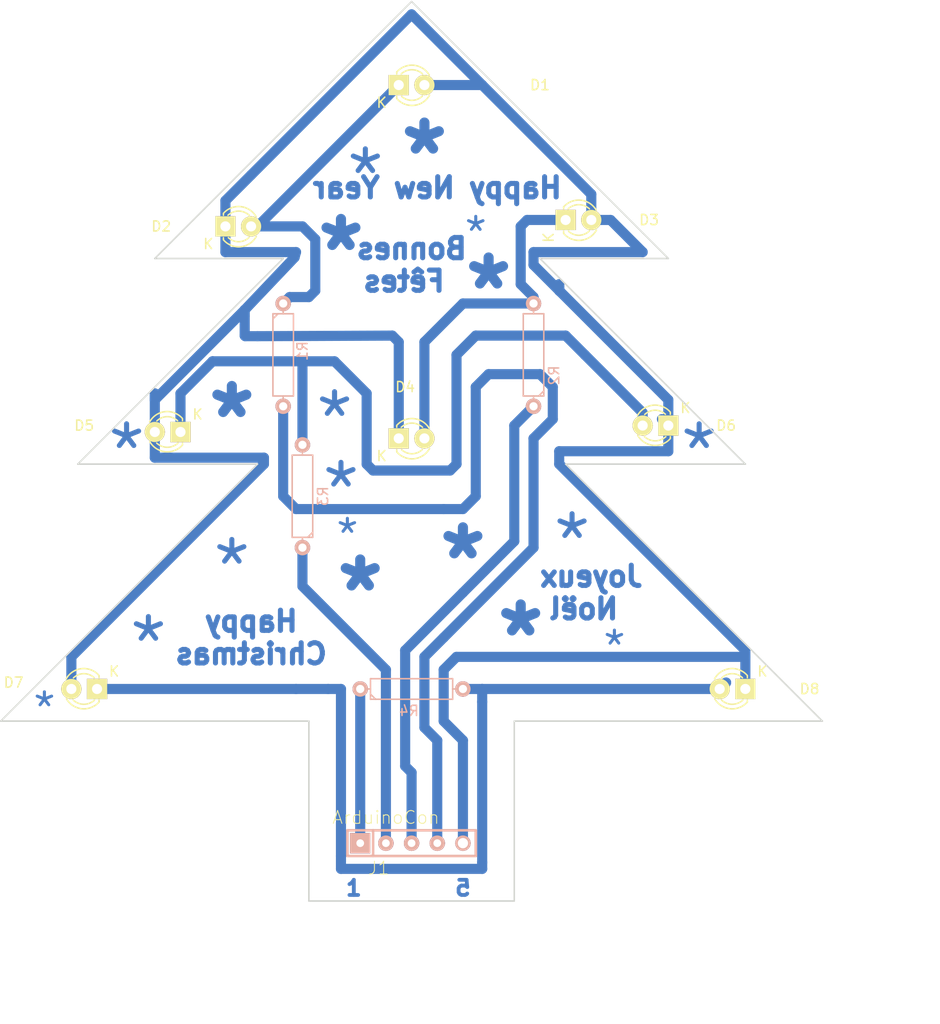
<source format=kicad_pcb>
(kicad_pcb (version 4) (host pcbnew 4.0.1-stable)

  (general
    (links 21)
    (no_connects 0)
    (area 65.964999 32.944999 147.395001 121.995001)
    (thickness 1.6)
    (drawings 44)
    (tracks 124)
    (zones 0)
    (modules 13)
    (nets 10)
  )

  (page A4)
  (title_block
    (title "Arduino Christma Tree")
    (rev 1.01)
    (company Mic-Josi)
    (comment 1 "Arduino Nano 8 LED animation Chrismas Tree ")
    (comment 2 "Arduino Nano 8 LED  chaser")
    (comment 3 "programed in C with Arduino 1.06")
  )

  (layers
    (0 F.Cu signal)
    (31 B.Cu signal)
    (32 B.Adhes user)
    (33 F.Adhes user)
    (34 B.Paste user)
    (35 F.Paste user)
    (36 B.SilkS user)
    (37 F.SilkS user)
    (38 B.Mask user)
    (39 F.Mask user)
    (40 Dwgs.User user)
    (41 Cmts.User user)
    (42 Eco1.User user)
    (43 Eco2.User user)
    (44 Edge.Cuts user)
    (45 Margin user)
    (46 B.CrtYd user)
    (47 F.CrtYd user)
    (48 B.Fab user)
    (49 F.Fab user)
  )

  (setup
    (last_trace_width 0.25)
    (user_trace_width 0.5)
    (user_trace_width 0.6)
    (user_trace_width 0.8)
    (user_trace_width 1)
    (user_trace_width 2)
    (trace_clearance 0.2)
    (zone_clearance 0.508)
    (zone_45_only no)
    (trace_min 0.2)
    (segment_width 0.2)
    (edge_width 0.15)
    (via_size 0.6)
    (via_drill 0.4)
    (via_min_size 0.4)
    (via_min_drill 0.3)
    (uvia_size 0.3)
    (uvia_drill 0.1)
    (uvias_allowed no)
    (uvia_min_size 0.2)
    (uvia_min_drill 0.1)
    (pcb_text_width 0.3)
    (pcb_text_size 1.5 1.5)
    (mod_edge_width 0.15)
    (mod_text_size 1 1)
    (mod_text_width 0.15)
    (pad_size 6 6)
    (pad_drill 0.8128)
    (pad_to_mask_clearance 0.2)
    (aux_axis_origin 0 0)
    (visible_elements 7FFFEFFF)
    (pcbplotparams
      (layerselection 0x00030_80000001)
      (usegerberextensions false)
      (excludeedgelayer true)
      (linewidth 0.100000)
      (plotframeref false)
      (viasonmask false)
      (mode 1)
      (useauxorigin false)
      (hpglpennumber 1)
      (hpglpenspeed 20)
      (hpglpendiameter 15)
      (hpglpenoverlay 2)
      (psnegative false)
      (psa4output false)
      (plotreference true)
      (plotvalue true)
      (plotinvisibletext false)
      (padsonsilk false)
      (subtractmaskfromsilk false)
      (outputformat 1)
      (mirror false)
      (drillshape 1)
      (scaleselection 1)
      (outputdirectory ""))
  )

  (net 0 "")
  (net 1 "Net-(D1-Pad2)")
  (net 2 "Net-(D1-Pad1)")
  (net 3 "Net-(D3-Pad1)")
  (net 4 "Net-(J1-Pad4)")
  (net 5 "Net-(J1-Pad3)")
  (net 6 "Net-(J1-Pad2)")
  (net 7 "Net-(J1-Pad1)")
  (net 8 "Net-(D5-Pad1)")
  (net 9 "Net-(D7-Pad1)")

  (net_class Default "Ceci est la Netclass par défaut"
    (clearance 0.2)
    (trace_width 0.25)
    (via_dia 0.6)
    (via_drill 0.4)
    (uvia_dia 0.3)
    (uvia_drill 0.1)
    (add_net "Net-(D1-Pad1)")
    (add_net "Net-(D1-Pad2)")
    (add_net "Net-(D3-Pad1)")
    (add_net "Net-(D5-Pad1)")
    (add_net "Net-(D7-Pad1)")
    (add_net "Net-(J1-Pad1)")
    (add_net "Net-(J1-Pad2)")
    (add_net "Net-(J1-Pad3)")
    (add_net "Net-(J1-Pad4)")
  )

  (module pinhead:pinhead-1X05 (layer B.Cu) (tedit 56B4D25B) (tstamp 56B46B16)
    (at 106.68 116.205)
    (descr "PIN HEADER - 0.1\"")
    (tags "PIN HEADER - 0.1\"")
    (path /56B46BC5)
    (attr virtual)
    (fp_text reference J1 (at -3.2512 2.4638) (layer F.SilkS)
      (effects (font (size 1.27 1.27) (thickness 0.0889)))
    )
    (fp_text value ArduinoCon (at -2.54 -2.54) (layer F.SilkS)
      (effects (font (size 1.27 1.27) (thickness 0.0889)))
    )
    (fp_line (start 2.286 -0.254) (end 2.794 -0.254) (layer B.SilkS) (width 0.06604))
    (fp_line (start 2.794 -0.254) (end 2.794 0.254) (layer B.SilkS) (width 0.06604))
    (fp_line (start 2.286 0.254) (end 2.794 0.254) (layer B.SilkS) (width 0.06604))
    (fp_line (start 2.286 -0.254) (end 2.286 0.254) (layer B.SilkS) (width 0.06604))
    (fp_line (start -0.254 -0.254) (end 0.254 -0.254) (layer B.SilkS) (width 0.06604))
    (fp_line (start 0.254 -0.254) (end 0.254 0.254) (layer B.SilkS) (width 0.06604))
    (fp_line (start -0.254 0.254) (end 0.254 0.254) (layer B.SilkS) (width 0.06604))
    (fp_line (start -0.254 -0.254) (end -0.254 0.254) (layer B.SilkS) (width 0.06604))
    (fp_line (start -2.794 -0.254) (end -2.286 -0.254) (layer B.SilkS) (width 0.06604))
    (fp_line (start -2.286 -0.254) (end -2.286 0.254) (layer B.SilkS) (width 0.06604))
    (fp_line (start -2.794 0.254) (end -2.286 0.254) (layer B.SilkS) (width 0.06604))
    (fp_line (start -2.794 -0.254) (end -2.794 0.254) (layer B.SilkS) (width 0.06604))
    (fp_line (start 4.826 -0.254) (end 5.334 -0.254) (layer B.SilkS) (width 0.06604))
    (fp_line (start 5.334 -0.254) (end 5.334 0.254) (layer B.SilkS) (width 0.06604))
    (fp_line (start 4.826 0.254) (end 5.334 0.254) (layer B.SilkS) (width 0.06604))
    (fp_line (start 4.826 -0.254) (end 4.826 0.254) (layer B.SilkS) (width 0.06604))
    (fp_line (start -6.35 1.27) (end -3.81 1.27) (layer B.SilkS) (width 0.254))
    (fp_line (start -3.81 1.27) (end 6.35 1.27) (layer B.SilkS) (width 0.254))
    (fp_line (start 6.35 -1.27) (end -6.35 -1.27) (layer B.SilkS) (width 0.254))
    (fp_line (start -6.35 1.27) (end -6.35 -1.27) (layer B.SilkS) (width 0.254))
    (fp_line (start 6.35 1.27) (end 6.35 -1.27) (layer B.SilkS) (width 0.254))
    (fp_line (start -3.81 1.27) (end -3.81 -1.27) (layer B.SilkS) (width 0.254))
    (pad 1 thru_hole rect (at -5.08 0) (size 1.524 0) (drill 1.016) (layers *.Cu B.Paste B.SilkS B.Mask)
      (net 7 "Net-(J1-Pad1)"))
    (pad 2 thru_hole circle (at -2.54 0) (size 1.524 1.524) (drill 0.762) (layers *.Cu B.Paste B.SilkS B.Mask)
      (net 6 "Net-(J1-Pad2)"))
    (pad 3 thru_hole circle (at 0 0) (size 1.524 1.524) (drill 0.762) (layers *.Cu B.Paste B.SilkS B.Mask)
      (net 5 "Net-(J1-Pad3)"))
    (pad 4 thru_hole circle (at 2.54 0) (size 1.524 1.524) (drill 0.762) (layers *.Cu B.Paste B.SilkS B.Mask)
      (net 4 "Net-(J1-Pad4)"))
    (pad 5 thru_hole circle (at 5.08 0) (size 1.524 1.524) (drill 1.016) (layers *.Cu *.Mask B.SilkS)
      (net 1 "Net-(D1-Pad2)"))
    (pad 1 thru_hole rect (at -5.08 0) (size 2 2) (drill 0.762) (layers *.Cu *.Mask B.SilkS)
      (net 7 "Net-(J1-Pad1)"))
    (model pin_array/pins_array_5x1.wrl
      (at (xyz 0 0 0))
      (scale (xyz 1 1 1))
      (rotate (xyz 0 0 0))
    )
  )

  (module LEDs:LED-3MM (layer F.Cu) (tedit 56B4CCD0) (tstamp 563526CD)
    (at 105.41 41.275)
    (descr "LED 3mm round vertical")
    (tags "LED  3mm round vertical")
    (path /56B38CDF)
    (fp_text reference D1 (at 13.97 0) (layer F.SilkS)
      (effects (font (size 1 1) (thickness 0.15)))
    )
    (fp_text value LED (at 1.3 -2.9) (layer F.Fab)
      (effects (font (size 1 1) (thickness 0.15)))
    )
    (fp_line (start -1.2 2.3) (end 3.8 2.3) (layer F.CrtYd) (width 0.05))
    (fp_line (start 3.8 2.3) (end 3.8 -2.2) (layer F.CrtYd) (width 0.05))
    (fp_line (start 3.8 -2.2) (end -1.2 -2.2) (layer F.CrtYd) (width 0.05))
    (fp_line (start -1.2 -2.2) (end -1.2 2.3) (layer F.CrtYd) (width 0.05))
    (fp_line (start -0.199 1.314) (end -0.199 1.114) (layer F.SilkS) (width 0.15))
    (fp_line (start -0.199 -1.28) (end -0.199 -1.1) (layer F.SilkS) (width 0.15))
    (fp_arc (start 1.301 0.034) (end -0.199 -1.286) (angle 108.5) (layer F.SilkS) (width 0.15))
    (fp_arc (start 1.301 0.034) (end 0.25 -1.1) (angle 85.7) (layer F.SilkS) (width 0.15))
    (fp_arc (start 1.311 0.034) (end 3.051 0.994) (angle 110) (layer F.SilkS) (width 0.15))
    (fp_arc (start 1.301 0.034) (end 2.335 1.094) (angle 87.5) (layer F.SilkS) (width 0.15))
    (fp_text user K (at -1.69 1.74) (layer F.SilkS)
      (effects (font (size 1 1) (thickness 0.15)))
    )
    (pad 1 thru_hole rect (at 0 0 90) (size 2 2) (drill 1.00076) (layers *.Cu *.Mask F.SilkS)
      (net 2 "Net-(D1-Pad1)"))
    (pad 2 thru_hole circle (at 2.54 0) (size 2 2) (drill 1.00076) (layers *.Cu *.Mask F.SilkS)
      (net 1 "Net-(D1-Pad2)"))
    (model walter/indicators/led_3mm_clear.wrl
      (at (xyz 0.04 0 0))
      (scale (xyz 1 1 1))
      (rotate (xyz 0 0 -90))
    )
  )

  (module LEDs:LED-3MM (layer F.Cu) (tedit 56B4CCE3) (tstamp 563526D2)
    (at 88.265 55.245)
    (descr "LED 3mm round vertical")
    (tags "LED  3mm round vertical")
    (path /56B38CE4)
    (fp_text reference D2 (at -6.35 0) (layer F.SilkS)
      (effects (font (size 1 1) (thickness 0.15)))
    )
    (fp_text value LED (at 1.3 -2.9) (layer F.Fab)
      (effects (font (size 1 1) (thickness 0.15)))
    )
    (fp_line (start -1.2 2.3) (end 3.8 2.3) (layer F.CrtYd) (width 0.05))
    (fp_line (start 3.8 2.3) (end 3.8 -2.2) (layer F.CrtYd) (width 0.05))
    (fp_line (start 3.8 -2.2) (end -1.2 -2.2) (layer F.CrtYd) (width 0.05))
    (fp_line (start -1.2 -2.2) (end -1.2 2.3) (layer F.CrtYd) (width 0.05))
    (fp_line (start -0.199 1.314) (end -0.199 1.114) (layer F.SilkS) (width 0.15))
    (fp_line (start -0.199 -1.28) (end -0.199 -1.1) (layer F.SilkS) (width 0.15))
    (fp_arc (start 1.301 0.034) (end -0.199 -1.286) (angle 108.5) (layer F.SilkS) (width 0.15))
    (fp_arc (start 1.301 0.034) (end 0.25 -1.1) (angle 85.7) (layer F.SilkS) (width 0.15))
    (fp_arc (start 1.311 0.034) (end 3.051 0.994) (angle 110) (layer F.SilkS) (width 0.15))
    (fp_arc (start 1.301 0.034) (end 2.335 1.094) (angle 87.5) (layer F.SilkS) (width 0.15))
    (fp_text user K (at -1.69 1.74) (layer F.SilkS)
      (effects (font (size 1 1) (thickness 0.15)))
    )
    (pad 1 thru_hole rect (at 0 0 90) (size 2 2) (drill 1.00076) (layers *.Cu *.Mask F.SilkS)
      (net 1 "Net-(D1-Pad2)"))
    (pad 2 thru_hole circle (at 2.54 0) (size 2 2) (drill 1.00076) (layers *.Cu *.Mask F.SilkS)
      (net 2 "Net-(D1-Pad1)"))
    (model walter/indicators/led_3mm_green.wrl
      (at (xyz 0.04 0 0))
      (scale (xyz 1 1 1))
      (rotate (xyz 0 0 -90))
    )
  )

  (module LEDs:LED-3MM (layer F.Cu) (tedit 56B4CCDB) (tstamp 563526D7)
    (at 121.92 54.61)
    (descr "LED 3mm round vertical")
    (tags "LED  3mm round vertical")
    (path /56B38CE1)
    (fp_text reference D3 (at 8.255 0) (layer F.SilkS)
      (effects (font (size 1 1) (thickness 0.15)))
    )
    (fp_text value LED (at 1.3 -2.9) (layer F.Fab)
      (effects (font (size 1 1) (thickness 0.15)))
    )
    (fp_line (start -1.2 2.3) (end 3.8 2.3) (layer F.CrtYd) (width 0.05))
    (fp_line (start 3.8 2.3) (end 3.8 -2.2) (layer F.CrtYd) (width 0.05))
    (fp_line (start 3.8 -2.2) (end -1.2 -2.2) (layer F.CrtYd) (width 0.05))
    (fp_line (start -1.2 -2.2) (end -1.2 2.3) (layer F.CrtYd) (width 0.05))
    (fp_line (start -0.199 1.314) (end -0.199 1.114) (layer F.SilkS) (width 0.15))
    (fp_line (start -0.199 -1.28) (end -0.199 -1.1) (layer F.SilkS) (width 0.15))
    (fp_arc (start 1.301 0.034) (end -0.199 -1.286) (angle 108.5) (layer F.SilkS) (width 0.15))
    (fp_arc (start 1.301 0.034) (end 0.25 -1.1) (angle 85.7) (layer F.SilkS) (width 0.15))
    (fp_arc (start 1.311 0.034) (end 3.051 0.994) (angle 110) (layer F.SilkS) (width 0.15))
    (fp_arc (start 1.301 0.034) (end 2.335 1.094) (angle 87.5) (layer F.SilkS) (width 0.15))
    (fp_text user K (at -1.69 1.74 90) (layer F.SilkS)
      (effects (font (size 1 1) (thickness 0.15)))
    )
    (pad 1 thru_hole rect (at 0 0 90) (size 2 2) (drill 1.00076) (layers *.Cu *.Mask F.SilkS)
      (net 3 "Net-(D3-Pad1)"))
    (pad 2 thru_hole circle (at 2.54 0) (size 2 2) (drill 1.00076) (layers *.Cu *.Mask F.SilkS)
      (net 1 "Net-(D1-Pad2)"))
    (model walter/indicators/led_3mm_green.wrl
      (at (xyz 0.04 0 0))
      (scale (xyz 1 1 1))
      (rotate (xyz 0 0 -90))
    )
  )

  (module LEDs:LED-3MM (layer F.Cu) (tedit 56B4CCEC) (tstamp 563526DC)
    (at 105.41 76.2)
    (descr "LED 3mm round vertical")
    (tags "LED  3mm round vertical")
    (path /56B38CE3)
    (fp_text reference D4 (at 0.635 -5.08) (layer F.SilkS)
      (effects (font (size 1 1) (thickness 0.15)))
    )
    (fp_text value LED (at 1.3 -2.9) (layer F.Fab)
      (effects (font (size 1 1) (thickness 0.15)))
    )
    (fp_line (start -1.2 2.3) (end 3.8 2.3) (layer F.CrtYd) (width 0.05))
    (fp_line (start 3.8 2.3) (end 3.8 -2.2) (layer F.CrtYd) (width 0.05))
    (fp_line (start 3.8 -2.2) (end -1.2 -2.2) (layer F.CrtYd) (width 0.05))
    (fp_line (start -1.2 -2.2) (end -1.2 2.3) (layer F.CrtYd) (width 0.05))
    (fp_line (start -0.199 1.314) (end -0.199 1.114) (layer F.SilkS) (width 0.15))
    (fp_line (start -0.199 -1.28) (end -0.199 -1.1) (layer F.SilkS) (width 0.15))
    (fp_arc (start 1.301 0.034) (end -0.199 -1.286) (angle 108.5) (layer F.SilkS) (width 0.15))
    (fp_arc (start 1.301 0.034) (end 0.25 -1.1) (angle 85.7) (layer F.SilkS) (width 0.15))
    (fp_arc (start 1.311 0.034) (end 3.051 0.994) (angle 110) (layer F.SilkS) (width 0.15))
    (fp_arc (start 1.301 0.034) (end 2.335 1.094) (angle 87.5) (layer F.SilkS) (width 0.15))
    (fp_text user K (at -1.69 1.74) (layer F.SilkS)
      (effects (font (size 1 1) (thickness 0.15)))
    )
    (pad 1 thru_hole rect (at 0 0 90) (size 2 2) (drill 1.00076) (layers *.Cu *.Mask F.SilkS)
      (net 1 "Net-(D1-Pad2)"))
    (pad 2 thru_hole circle (at 2.54 0) (size 2 2) (drill 1.00076) (layers *.Cu *.Mask F.SilkS)
      (net 3 "Net-(D3-Pad1)"))
    (model walter/indicators/led_3mm_blue.wrl
      (at (xyz 0.04 0 0))
      (scale (xyz 1 1 1))
      (rotate (xyz 0 0 -90))
    )
  )

  (module LEDs:LED-3MM (layer F.Cu) (tedit 56B4CCFE) (tstamp 563526E1)
    (at 83.82 75.565 180)
    (descr "LED 3mm round vertical")
    (tags "LED  3mm round vertical")
    (path /56B38CDE)
    (fp_text reference D5 (at 9.525 0.635 180) (layer F.SilkS)
      (effects (font (size 1 1) (thickness 0.15)))
    )
    (fp_text value LED (at 1.3 -2.9 180) (layer F.Fab)
      (effects (font (size 1 1) (thickness 0.15)))
    )
    (fp_line (start -1.2 2.3) (end 3.8 2.3) (layer F.CrtYd) (width 0.05))
    (fp_line (start 3.8 2.3) (end 3.8 -2.2) (layer F.CrtYd) (width 0.05))
    (fp_line (start 3.8 -2.2) (end -1.2 -2.2) (layer F.CrtYd) (width 0.05))
    (fp_line (start -1.2 -2.2) (end -1.2 2.3) (layer F.CrtYd) (width 0.05))
    (fp_line (start -0.199 1.314) (end -0.199 1.114) (layer F.SilkS) (width 0.15))
    (fp_line (start -0.199 -1.28) (end -0.199 -1.1) (layer F.SilkS) (width 0.15))
    (fp_arc (start 1.301 0.034) (end -0.199 -1.286) (angle 108.5) (layer F.SilkS) (width 0.15))
    (fp_arc (start 1.301 0.034) (end 0.25 -1.1) (angle 85.7) (layer F.SilkS) (width 0.15))
    (fp_arc (start 1.311 0.034) (end 3.051 0.994) (angle 110) (layer F.SilkS) (width 0.15))
    (fp_arc (start 1.301 0.034) (end 2.335 1.094) (angle 87.5) (layer F.SilkS) (width 0.15))
    (fp_text user K (at -1.69 1.74 180) (layer F.SilkS)
      (effects (font (size 1 1) (thickness 0.15)))
    )
    (pad 1 thru_hole rect (at 0 0 270) (size 2 2) (drill 1.00076) (layers *.Cu *.Mask F.SilkS)
      (net 8 "Net-(D5-Pad1)"))
    (pad 2 thru_hole circle (at 2.54 0 180) (size 2 2) (drill 1.00076) (layers *.Cu *.Mask F.SilkS)
      (net 1 "Net-(D1-Pad2)"))
    (model walter/indicators/led_3mm_yellow.wrl
      (at (xyz 0.04 0 0))
      (scale (xyz 1 1 1))
      (rotate (xyz 0 0 -90))
    )
  )

  (module LEDs:LED-3MM (layer F.Cu) (tedit 56B4CCF6) (tstamp 563526E6)
    (at 132.08 74.93 180)
    (descr "LED 3mm round vertical")
    (tags "LED  3mm round vertical")
    (path /56B38CE6)
    (fp_text reference D6 (at -5.715 0 180) (layer F.SilkS)
      (effects (font (size 1 1) (thickness 0.15)))
    )
    (fp_text value LED (at 1.3 -2.9 180) (layer F.Fab)
      (effects (font (size 1 1) (thickness 0.15)))
    )
    (fp_line (start -1.2 2.3) (end 3.8 2.3) (layer F.CrtYd) (width 0.05))
    (fp_line (start 3.8 2.3) (end 3.8 -2.2) (layer F.CrtYd) (width 0.05))
    (fp_line (start 3.8 -2.2) (end -1.2 -2.2) (layer F.CrtYd) (width 0.05))
    (fp_line (start -1.2 -2.2) (end -1.2 2.3) (layer F.CrtYd) (width 0.05))
    (fp_line (start -0.199 1.314) (end -0.199 1.114) (layer F.SilkS) (width 0.15))
    (fp_line (start -0.199 -1.28) (end -0.199 -1.1) (layer F.SilkS) (width 0.15))
    (fp_arc (start 1.301 0.034) (end -0.199 -1.286) (angle 108.5) (layer F.SilkS) (width 0.15))
    (fp_arc (start 1.301 0.034) (end 0.25 -1.1) (angle 85.7) (layer F.SilkS) (width 0.15))
    (fp_arc (start 1.311 0.034) (end 3.051 0.994) (angle 110) (layer F.SilkS) (width 0.15))
    (fp_arc (start 1.301 0.034) (end 2.335 1.094) (angle 87.5) (layer F.SilkS) (width 0.15))
    (fp_text user K (at -1.69 1.74 180) (layer F.SilkS)
      (effects (font (size 1 1) (thickness 0.15)))
    )
    (pad 1 thru_hole rect (at 0 0 270) (size 2 2) (drill 1.00076) (layers *.Cu *.Mask F.SilkS)
      (net 1 "Net-(D1-Pad2)"))
    (pad 2 thru_hole circle (at 2.54 0 180) (size 2 2) (drill 1.00076) (layers *.Cu *.Mask F.SilkS)
      (net 8 "Net-(D5-Pad1)"))
    (model walter/indicators/led_3mm_red.wrl
      (at (xyz 0.04 0 0))
      (scale (xyz 1 1 1))
      (rotate (xyz 0 0 -90))
    )
  )

  (module LEDs:LED-3MM (layer F.Cu) (tedit 56B4CD15) (tstamp 563526EB)
    (at 75.565 100.965 180)
    (descr "LED 3mm round vertical")
    (tags "LED  3mm round vertical")
    (path /56B38CE0)
    (fp_text reference D7 (at 8.255 0.635 180) (layer F.SilkS)
      (effects (font (size 1 1) (thickness 0.15)))
    )
    (fp_text value LED (at 1.3 -2.9 180) (layer F.Fab)
      (effects (font (size 1 1) (thickness 0.15)))
    )
    (fp_line (start -1.2 2.3) (end 3.8 2.3) (layer F.CrtYd) (width 0.05))
    (fp_line (start 3.8 2.3) (end 3.8 -2.2) (layer F.CrtYd) (width 0.05))
    (fp_line (start 3.8 -2.2) (end -1.2 -2.2) (layer F.CrtYd) (width 0.05))
    (fp_line (start -1.2 -2.2) (end -1.2 2.3) (layer F.CrtYd) (width 0.05))
    (fp_line (start -0.199 1.314) (end -0.199 1.114) (layer F.SilkS) (width 0.15))
    (fp_line (start -0.199 -1.28) (end -0.199 -1.1) (layer F.SilkS) (width 0.15))
    (fp_arc (start 1.301 0.034) (end -0.199 -1.286) (angle 108.5) (layer F.SilkS) (width 0.15))
    (fp_arc (start 1.301 0.034) (end 0.25 -1.1) (angle 85.7) (layer F.SilkS) (width 0.15))
    (fp_arc (start 1.311 0.034) (end 3.051 0.994) (angle 110) (layer F.SilkS) (width 0.15))
    (fp_arc (start 1.301 0.034) (end 2.335 1.094) (angle 87.5) (layer F.SilkS) (width 0.15))
    (fp_text user K (at -1.69 1.74 180) (layer F.SilkS)
      (effects (font (size 1 1) (thickness 0.15)))
    )
    (pad 1 thru_hole rect (at 0 0 270) (size 2 2) (drill 1.00076) (layers *.Cu *.Mask F.SilkS)
      (net 9 "Net-(D7-Pad1)"))
    (pad 2 thru_hole circle (at 2.54 0 180) (size 2 2) (drill 1.00076) (layers *.Cu *.Mask F.SilkS)
      (net 1 "Net-(D1-Pad2)"))
    (model walter/indicators/led_3mm_red.wrl
      (at (xyz 0.04 0 0))
      (scale (xyz 1 1 1))
      (rotate (xyz 0 0 -90))
    )
  )

  (module LEDs:LED-3MM (layer F.Cu) (tedit 56B4CD1B) (tstamp 563526F0)
    (at 139.7 100.965 180)
    (descr "LED 3mm round vertical")
    (tags "LED  3mm round vertical")
    (path /56B38CE5)
    (fp_text reference D8 (at -6.35 0 180) (layer F.SilkS)
      (effects (font (size 1 1) (thickness 0.15)))
    )
    (fp_text value LED (at 1.3 -2.9 180) (layer F.Fab)
      (effects (font (size 1 1) (thickness 0.15)))
    )
    (fp_line (start -1.2 2.3) (end 3.8 2.3) (layer F.CrtYd) (width 0.05))
    (fp_line (start 3.8 2.3) (end 3.8 -2.2) (layer F.CrtYd) (width 0.05))
    (fp_line (start 3.8 -2.2) (end -1.2 -2.2) (layer F.CrtYd) (width 0.05))
    (fp_line (start -1.2 -2.2) (end -1.2 2.3) (layer F.CrtYd) (width 0.05))
    (fp_line (start -0.199 1.314) (end -0.199 1.114) (layer F.SilkS) (width 0.15))
    (fp_line (start -0.199 -1.28) (end -0.199 -1.1) (layer F.SilkS) (width 0.15))
    (fp_arc (start 1.301 0.034) (end -0.199 -1.286) (angle 108.5) (layer F.SilkS) (width 0.15))
    (fp_arc (start 1.301 0.034) (end 0.25 -1.1) (angle 85.7) (layer F.SilkS) (width 0.15))
    (fp_arc (start 1.311 0.034) (end 3.051 0.994) (angle 110) (layer F.SilkS) (width 0.15))
    (fp_arc (start 1.301 0.034) (end 2.335 1.094) (angle 87.5) (layer F.SilkS) (width 0.15))
    (fp_text user K (at -1.69 1.74 180) (layer F.SilkS)
      (effects (font (size 1 1) (thickness 0.15)))
    )
    (pad 1 thru_hole rect (at 0 0 270) (size 2 2) (drill 1.00076) (layers *.Cu *.Mask F.SilkS)
      (net 1 "Net-(D1-Pad2)"))
    (pad 2 thru_hole circle (at 2.54 0 180) (size 2 2) (drill 1.00076) (layers *.Cu *.Mask F.SilkS)
      (net 9 "Net-(D7-Pad1)"))
    (model walter/indicators/led_3mm_yellow.wrl
      (at (xyz 0.04 0 0))
      (scale (xyz 1 1 1))
      (rotate (xyz 0 0 -90))
    )
  )

  (module Discret:R4 (layer B.Cu) (tedit 5639251C) (tstamp 563680DC)
    (at 93.98 67.945 270)
    (descr "Resitance 4 pas")
    (tags R)
    (path /56B38CEF)
    (fp_text reference R1 (at -0.381 -1.905 270) (layer B.SilkS)
      (effects (font (size 1 1) (thickness 0.15)) (justify mirror))
    )
    (fp_text value 150 (at 0 0 270) (layer B.Fab)
      (effects (font (size 1 1) (thickness 0.15)) (justify mirror))
    )
    (fp_line (start -5.08 0) (end -4.064 0) (layer B.SilkS) (width 0.15))
    (fp_line (start -4.064 0) (end -4.064 1.016) (layer B.SilkS) (width 0.15))
    (fp_line (start -4.064 1.016) (end 4.064 1.016) (layer B.SilkS) (width 0.15))
    (fp_line (start 4.064 1.016) (end 4.064 -1.016) (layer B.SilkS) (width 0.15))
    (fp_line (start 4.064 -1.016) (end -4.064 -1.016) (layer B.SilkS) (width 0.15))
    (fp_line (start -4.064 -1.016) (end -4.064 0) (layer B.SilkS) (width 0.15))
    (fp_line (start -4.064 0.508) (end -3.556 1.016) (layer B.SilkS) (width 0.15))
    (fp_line (start 5.08 0) (end 4.064 0) (layer B.SilkS) (width 0.15))
    (pad 1 thru_hole circle (at -5.08 0 270) (size 1.524 1.524) (drill 0.8128) (layers *.Cu *.Mask B.SilkS)
      (net 2 "Net-(D1-Pad1)"))
    (pad 2 thru_hole circle (at 5.08 0 270) (size 1.524 1.524) (drill 0.8128) (layers *.Cu *.Mask B.SilkS)
      (net 4 "Net-(J1-Pad4)"))
    (model discret/resistors/horizontal/r_h_150Rmini.wrl
      (at (xyz 0 0 0))
      (scale (xyz 1 1 1))
      (rotate (xyz 0 0 0))
    )
  )

  (module Discret:R4 (layer B.Cu) (tedit 5751AECD) (tstamp 563680E1)
    (at 118.745 67.945 90)
    (descr "Resitance 4 pas")
    (tags R)
    (path /56B38CE2)
    (fp_text reference R2 (at -2.032 2.032 90) (layer B.SilkS)
      (effects (font (size 1 1) (thickness 0.15)) (justify mirror))
    )
    (fp_text value 150 (at 0 0 180) (layer B.Fab)
      (effects (font (size 1 1) (thickness 0.15)) (justify mirror))
    )
    (fp_line (start -5.08 0) (end -4.064 0) (layer B.SilkS) (width 0.15))
    (fp_line (start -4.064 0) (end -4.064 1.016) (layer B.SilkS) (width 0.15))
    (fp_line (start -4.064 1.016) (end 4.064 1.016) (layer B.SilkS) (width 0.15))
    (fp_line (start 4.064 1.016) (end 4.064 -1.016) (layer B.SilkS) (width 0.15))
    (fp_line (start 4.064 -1.016) (end -4.064 -1.016) (layer B.SilkS) (width 0.15))
    (fp_line (start -4.064 -1.016) (end -4.064 0) (layer B.SilkS) (width 0.15))
    (fp_line (start -4.064 0.508) (end -3.556 1.016) (layer B.SilkS) (width 0.15))
    (fp_line (start 5.08 0) (end 4.064 0) (layer B.SilkS) (width 0.15))
    (pad 1 thru_hole circle (at -5.08 0 90) (size 1.524 1.524) (drill 0.8128) (layers *.Cu *.Mask B.SilkS)
      (net 5 "Net-(J1-Pad3)"))
    (pad 2 thru_hole circle (at 5.08 0 90) (size 1.524 1.524) (drill 0.8128) (layers *.Cu *.Mask B.SilkS)
      (net 3 "Net-(D3-Pad1)"))
    (model discret/resistors/horizontal/r_h_150Rmini.wrl
      (at (xyz 0 0 0))
      (scale (xyz 1 1 1))
      (rotate (xyz 0 0 0))
    )
  )

  (module Discret:R4 (layer B.Cu) (tedit 563924F6) (tstamp 563680E6)
    (at 95.885 81.915 90)
    (descr "Resitance 4 pas")
    (tags R)
    (path /56B38CE7)
    (fp_text reference R3 (at 0 2.032 90) (layer B.SilkS)
      (effects (font (size 1 1) (thickness 0.15)) (justify mirror))
    )
    (fp_text value 150 (at 0.254 0.254 90) (layer B.Fab)
      (effects (font (size 1 1) (thickness 0.15)) (justify mirror))
    )
    (fp_line (start -5.08 0) (end -4.064 0) (layer B.SilkS) (width 0.15))
    (fp_line (start -4.064 0) (end -4.064 1.016) (layer B.SilkS) (width 0.15))
    (fp_line (start -4.064 1.016) (end 4.064 1.016) (layer B.SilkS) (width 0.15))
    (fp_line (start 4.064 1.016) (end 4.064 -1.016) (layer B.SilkS) (width 0.15))
    (fp_line (start 4.064 -1.016) (end -4.064 -1.016) (layer B.SilkS) (width 0.15))
    (fp_line (start -4.064 -1.016) (end -4.064 0) (layer B.SilkS) (width 0.15))
    (fp_line (start -4.064 0.508) (end -3.556 1.016) (layer B.SilkS) (width 0.15))
    (fp_line (start 5.08 0) (end 4.064 0) (layer B.SilkS) (width 0.15))
    (pad 1 thru_hole circle (at -5.08 0 90) (size 1.524 1.524) (drill 0.8128) (layers *.Cu *.Mask B.SilkS)
      (net 6 "Net-(J1-Pad2)"))
    (pad 2 thru_hole circle (at 5.08 0 90) (size 1.524 1.524) (drill 0.8128) (layers *.Cu *.Mask B.SilkS)
      (net 8 "Net-(D5-Pad1)"))
    (model discret/resistors/horizontal/r_h_150Rmini.wrl
      (at (xyz 0 0 0))
      (scale (xyz 1 1 1))
      (rotate (xyz 0 0 0))
    )
  )

  (module Discret:R4 (layer B.Cu) (tedit 5639252B) (tstamp 563680EB)
    (at 106.68 100.965)
    (descr "Resitance 4 pas")
    (tags R)
    (path /56B38CE8)
    (fp_text reference R4 (at -0.254 2.159) (layer B.SilkS)
      (effects (font (size 1 1) (thickness 0.15)) (justify mirror))
    )
    (fp_text value 150 (at 0 0) (layer B.Fab)
      (effects (font (size 1 1) (thickness 0.15)) (justify mirror))
    )
    (fp_line (start -5.08 0) (end -4.064 0) (layer B.SilkS) (width 0.15))
    (fp_line (start -4.064 0) (end -4.064 1.016) (layer B.SilkS) (width 0.15))
    (fp_line (start -4.064 1.016) (end 4.064 1.016) (layer B.SilkS) (width 0.15))
    (fp_line (start 4.064 1.016) (end 4.064 -1.016) (layer B.SilkS) (width 0.15))
    (fp_line (start 4.064 -1.016) (end -4.064 -1.016) (layer B.SilkS) (width 0.15))
    (fp_line (start -4.064 -1.016) (end -4.064 0) (layer B.SilkS) (width 0.15))
    (fp_line (start -4.064 0.508) (end -3.556 1.016) (layer B.SilkS) (width 0.15))
    (fp_line (start 5.08 0) (end 4.064 0) (layer B.SilkS) (width 0.15))
    (pad 1 thru_hole circle (at -5.08 0) (size 1.524 1.524) (drill 0.8128) (layers *.Cu *.Mask B.SilkS)
      (net 7 "Net-(J1-Pad1)"))
    (pad 2 thru_hole circle (at 5.08 0) (size 1.524 1.524) (drill 0.8128) (layers *.Cu *.Mask B.SilkS)
      (net 9 "Net-(D7-Pad1)"))
    (model discret/resistors/horizontal/r_h_150Rmini.wrl
      (at (xyz 0 0 0))
      (scale (xyz 1 1 1))
      (rotate (xyz 0 0 0))
    )
  )

  (gr_text 5 (at 111.76 120.65) (layer B.Cu)
    (effects (font (size 1.5 1.5) (thickness 0.375)) (justify mirror))
  )
  (gr_text 1 (at 100.965 120.65) (layer B.Cu)
    (effects (font (size 1.5 1.5) (thickness 0.375)))
  )
  (gr_text "*\n" (at 122.555 86.36) (layer B.Cu)
    (effects (font (size 5 5) (thickness 0.5)))
  )
  (gr_text * (at 111.76 88.265) (layer B.Cu)
    (effects (font (size 6 6) (thickness 1)) (justify mirror))
  )
  (gr_text * (at 117.475 95.885) (layer B.Cu)
    (effects (font (size 6 6) (thickness 1)) (justify mirror))
  )
  (dimension 80.772399 (width 0.3) (layer Cmts.User)
    (gr_text "80,772 mm" (at 107.030087 134.56871 0.1801748134) (layer Cmts.User)
      (effects (font (size 1.5 1.5) (thickness 0.3)))
    )
    (feature1 (pts (xy 147.32 103.886) (xy 147.420333 135.791704)))
    (feature2 (pts (xy 66.548 104.14) (xy 66.648333 136.045704)))
    (crossbar (pts (xy 66.639842 133.345717) (xy 147.411842 133.091717)))
    (arrow1a (pts (xy 147.411842 133.091717) (xy 146.287188 133.681677)))
    (arrow1b (pts (xy 147.411842 133.091717) (xy 146.2835 132.508842)))
    (arrow2a (pts (xy 66.639842 133.345717) (xy 67.768184 133.928592)))
    (arrow2b (pts (xy 66.639842 133.345717) (xy 67.764496 132.755757)))
  )
  (gr_text "Happy New Year" (at 109.22 51.435) (layer B.Cu)
    (effects (font (size 2 2) (thickness 0.5)) (justify mirror))
  )
  (gr_text * (at 101.6 91.44) (layer B.Cu)
    (effects (font (size 6 6) (thickness 1)) (justify mirror))
  )
  (gr_text * (at 107.95 48.26) (layer B.Cu)
    (effects (font (size 6 6) (thickness 1)) (justify mirror))
  )
  (gr_text "*\n" (at 78.486 77.47) (layer B.Cu)
    (effects (font (size 5 5) (thickness 0.5)))
  )
  (gr_text * (at 114.3 61.595) (layer B.Cu)
    (effects (font (size 6 6) (thickness 1)) (justify mirror))
  )
  (gr_text * (at 99.695 57.785) (layer B.Cu)
    (effects (font (size 6 6) (thickness 1)) (justify mirror))
  )
  (gr_text * (at 88.9 74.295) (layer B.Cu)
    (effects (font (size 6 6) (thickness 1)) (justify mirror))
  )
  (gr_text "*\n" (at 88.9 88.9) (layer B.Cu)
    (effects (font (size 5 5) (thickness 0.5)))
  )
  (gr_text "*\n" (at 102.108 50.292) (layer B.Cu)
    (effects (font (size 5 5) (thickness 0.5)))
  )
  (gr_text "*\n" (at 80.645 96.52) (layer B.Cu)
    (effects (font (size 5 5) (thickness 0.5)))
  )
  (gr_text * (at 70.358 102.87) (layer B.Cu)
    (effects (font (size 3 3) (thickness 0.3)))
  )
  (gr_text "*\n" (at 99.695 81.28) (layer B.Cu)
    (effects (font (size 5 5) (thickness 0.5)))
  )
  (gr_text "*\n" (at 126.746 96.774) (layer B.Cu)
    (effects (font (size 3 3) (thickness 0.3)) (justify mirror))
  )
  (gr_text "*\n" (at 135.128 77.47) (layer B.Cu)
    (effects (font (size 5 5) (thickness 0.5)))
  )
  (gr_text "*\n" (at 99.06 74.295) (layer B.Cu)
    (effects (font (size 5 5) (thickness 0.5)))
  )
  (gr_text "*\n" (at 113.03 55.88) (layer B.Cu)
    (effects (font (size 3 3) (thickness 0.3)) (justify mirror))
  )
  (gr_text * (at 100.33 85.725) (layer B.Cu)
    (effects (font (size 3 3) (thickness 0.3)))
  )
  (gr_text "Bonnes\n Fêtes" (at 106.68 59.055) (layer B.Cu)
    (effects (font (size 2 2) (thickness 0.5)) (justify mirror))
  )
  (gr_text "Happy\nChristmas" (at 90.805 95.885) (layer B.Cu)
    (effects (font (size 2 2) (thickness 0.5)) (justify mirror))
  )
  (gr_text "Joyeux\n Noël\n" (at 124.46 91.44) (layer B.Cu)
    (effects (font (size 2 2) (thickness 0.5)) (justify mirror))
  )
  (gr_line (start 66.04 104.14) (end 96.52 104.14) (angle 90) (layer Edge.Cuts) (width 0.15))
  (gr_line (start 116.84 104.14) (end 147.32 104.14) (angle 90) (layer Edge.Cuts) (width 0.15))
  (dimension 88.9 (width 0.3) (layer Cmts.User)
    (gr_text "88,900 mm" (at 156.29 77.47 270) (layer Cmts.User)
      (effects (font (size 1.5 1.5) (thickness 0.3)))
    )
    (feature1 (pts (xy 106.68 121.92) (xy 157.64 121.92)))
    (feature2 (pts (xy 106.68 33.02) (xy 157.64 33.02)))
    (crossbar (pts (xy 154.94 33.02) (xy 154.94 121.92)))
    (arrow1a (pts (xy 154.94 121.92) (xy 154.353579 120.793496)))
    (arrow1b (pts (xy 154.94 121.92) (xy 155.526421 120.793496)))
    (arrow2a (pts (xy 154.94 33.02) (xy 154.353579 34.146504)))
    (arrow2b (pts (xy 154.94 33.02) (xy 155.526421 34.146504)))
  )
  (gr_line (start 116.84 121.92) (end 116.84 104.14) (angle 90) (layer Edge.Cuts) (width 0.15))
  (gr_line (start 96.52 121.92) (end 116.84 121.92) (angle 90) (layer Edge.Cuts) (width 0.15))
  (gr_line (start 96.52 104.14) (end 96.52 121.92) (angle 90) (layer Edge.Cuts) (width 0.15))
  (gr_line (start 106.68 33.02) (end 129.54 55.88) (angle 90) (layer Edge.Cuts) (width 0.15) (tstamp 563528DE))
  (gr_line (start 129.54 55.88) (end 132.08 58.42) (angle 90) (layer Edge.Cuts) (width 0.15) (tstamp 563528DD))
  (gr_line (start 132.08 58.42) (end 119.38 58.42) (angle 90) (layer Edge.Cuts) (width 0.15) (tstamp 563528DC))
  (gr_line (start 119.38 58.42) (end 139.7 78.74) (angle 90) (layer Edge.Cuts) (width 0.15) (tstamp 563528DB))
  (gr_line (start 139.7 78.74) (end 121.92 78.74) (angle 90) (layer Edge.Cuts) (width 0.15) (tstamp 563528DA))
  (gr_line (start 121.92 78.74) (end 147.32 104.14) (angle 90) (layer Edge.Cuts) (width 0.15) (tstamp 563528D9))
  (gr_line (start 91.44 78.74) (end 66.04 104.14) (angle 90) (layer Edge.Cuts) (width 0.15))
  (gr_line (start 73.66 78.74) (end 91.44 78.74) (angle 90) (layer Edge.Cuts) (width 0.15))
  (gr_line (start 93.98 58.42) (end 73.66 78.74) (angle 90) (layer Edge.Cuts) (width 0.15))
  (gr_line (start 81.28 58.42) (end 93.98 58.42) (angle 90) (layer Edge.Cuts) (width 0.15))
  (gr_line (start 83.82 55.88) (end 81.28 58.42) (angle 90) (layer Edge.Cuts) (width 0.15))
  (gr_line (start 106.68 33.02) (end 83.82 55.88) (angle 90) (layer Edge.Cuts) (width 0.15))

  (segment (start 121.285 78.74) (end 121.285 77.47) (width 1) (layer B.Cu) (net 1))
  (segment (start 139.7 97.155) (end 121.285 78.74) (width 1) (layer B.Cu) (net 1) (tstamp 56B4D7BC))
  (segment (start 139.7 97.79) (end 139.7 97.155) (width 1) (layer B.Cu) (net 1))
  (segment (start 121.285 77.47) (end 132.08 77.47) (width 1) (layer B.Cu) (net 1) (tstamp 56B4D7CD))
  (segment (start 111.76 116.205) (end 111.76 106.045) (width 1) (layer B.Cu) (net 1))
  (segment (start 111.125 97.79) (end 139.7 97.79) (width 1) (layer B.Cu) (net 1) (tstamp 56B4D5A9))
  (segment (start 109.855 99.06) (end 111.125 97.79) (width 1) (layer B.Cu) (net 1) (tstamp 56B4D5A7))
  (segment (start 109.855 104.14) (end 109.855 99.06) (width 1) (layer B.Cu) (net 1) (tstamp 56B4D5A2))
  (segment (start 111.76 106.045) (end 109.855 104.14) (width 1) (layer B.Cu) (net 1) (tstamp 56B4D59E))
  (segment (start 81.28 75.565) (end 81.28 78.105) (width 1) (layer B.Cu) (net 1))
  (segment (start 81.28 78.105) (end 92.075 78.105) (width 1) (layer B.Cu) (net 1) (tstamp 56B4D171))
  (segment (start 92.075 78.105) (end 92.075 78.74) (width 1) (layer B.Cu) (net 1) (tstamp 56B4D172))
  (segment (start 92.075 78.74) (end 73.025 97.79) (width 1) (layer B.Cu) (net 1) (tstamp 56B4D178))
  (segment (start 73.025 97.79) (end 73.025 100.965) (width 1) (layer B.Cu) (net 1) (tstamp 56B4D179))
  (segment (start 81.28 75.565) (end 81.28 71.755) (width 1) (layer B.Cu) (net 1))
  (segment (start 81.28 72.39) (end 90.17 63.5) (width 1) (layer B.Cu) (net 1) (tstamp 56B4D160))
  (segment (start 81.28 71.755) (end 81.28 72.39) (width 1) (layer B.Cu) (net 1) (tstamp 56B4D15D))
  (segment (start 90.17 63.5) (end 90.17 64.135) (width 1) (layer B.Cu) (net 1) (tstamp 56B4D165))
  (segment (start 90.17 63.5) (end 90.17 64.135) (width 1) (layer B.Cu) (net 1))
  (segment (start 90.17 64.135) (end 90.17 66.04) (width 1) (layer B.Cu) (net 1) (tstamp 56B4D16A))
  (segment (start 105.41 66.675) (end 105.41 76.2) (width 1) (layer B.Cu) (net 1))
  (segment (start 104.775 66.04) (end 91.440242 66.096792) (width 1) (layer B.Cu) (net 1) (tstamp 56B4CEF8))
  (segment (start 105.41 66.675) (end 104.775 66.04) (width 1) (layer B.Cu) (net 1) (tstamp 56B4CEEF))
  (segment (start 90.226792 66.096792) (end 91.440242 66.096792) (width 1) (layer B.Cu) (net 1) (tstamp 56B4CFA7))
  (segment (start 90.17 66.04) (end 90.226792 66.096792) (width 1) (layer B.Cu) (net 1) (tstamp 56B4CFA5))
  (segment (start 90.17 63.5) (end 95.10348 58.313142) (width 1) (layer B.Cu) (net 1))
  (segment (start 90.17 63.5) (end 90.17 63.5) (width 1) (layer B.Cu) (net 1) (tstamp 56B4CF09))
  (segment (start 88.265 57.785) (end 88.265 55.245) (width 1) (layer B.Cu) (net 1) (tstamp 56B4CF3F))
  (segment (start 95.25 57.785) (end 88.265 57.785) (width 1) (layer B.Cu) (net 1) (tstamp 56B4CF3D))
  (segment (start 95.10348 58.313142) (end 95.25 57.785) (width 1) (layer B.Cu) (net 1) (tstamp 56B4CF3A))
  (segment (start 124.46 52.07) (end 124.46 54.61) (width 1) (layer B.Cu) (net 1) (tstamp 56B46CBB))
  (segment (start 88.265 55.245) (end 88.265 52.705) (width 1) (layer B.Cu) (net 1))
  (segment (start 90.805 50.165) (end 106.68 34.29) (width 1) (layer B.Cu) (net 1) (tstamp 56B476E4))
  (segment (start 106.68 34.29) (end 113.665 41.275) (width 1) (layer B.Cu) (net 1) (tstamp 56B476F0))
  (segment (start 88.265 52.705) (end 90.805 50.165) (width 1) (layer B.Cu) (net 1) (tstamp 56B4CDEC))
  (segment (start 121.412 61.722) (end 121.285 61.595) (width 1) (layer B.Cu) (net 1) (tstamp 56B46E80))
  (segment (start 121.285 61.595) (end 121.285 60.96) (width 1) (layer B.Cu) (net 1) (tstamp 56B46E85))
  (segment (start 121.285 60.96) (end 121.285 61.595) (width 1) (layer B.Cu) (net 1) (tstamp 56B46E86))
  (segment (start 132.08 74.93) (end 132.08 77.47) (width 1) (layer B.Cu) (net 1))
  (segment (start 139.7 97.79) (end 139.7 100.965) (width 1) (layer B.Cu) (net 1) (tstamp 56B4D5B0))
  (segment (start 124.46 54.61) (end 126.365 54.61) (width 1) (layer B.Cu) (net 1))
  (segment (start 132.08 72.39) (end 132.08 74.93) (width 1) (layer B.Cu) (net 1) (tstamp 56B46D18))
  (segment (start 118.745 59.055) (end 121.285 61.595) (width 1) (layer B.Cu) (net 1) (tstamp 56B46D16))
  (segment (start 121.285 61.595) (end 132.08 72.39) (width 1) (layer B.Cu) (net 1) (tstamp 56B46E87))
  (segment (start 118.745 57.785) (end 118.745 59.055) (width 1) (layer B.Cu) (net 1) (tstamp 56B46D12))
  (segment (start 129.54 57.785) (end 118.745 57.785) (width 1) (layer B.Cu) (net 1) (tstamp 56B46D0E))
  (segment (start 126.365 54.61) (end 129.54 57.785) (width 1) (layer B.Cu) (net 1) (tstamp 56B46D0C))
  (segment (start 107.95 41.275) (end 113.665 41.275) (width 1) (layer B.Cu) (net 1))
  (segment (start 131.445 74.295) (end 132.08 74.93) (width 1) (layer B.Cu) (net 1) (tstamp 56367CFA))
  (segment (start 113.665 41.275) (end 124.46 52.07) (width 1) (layer B.Cu) (net 1) (tstamp 56B46CB6))
  (segment (start 90.805 55.245) (end 95.885 55.245) (width 1) (layer B.Cu) (net 2))
  (segment (start 94.615 62.23) (end 93.98 62.865) (width 1) (layer B.Cu) (net 2) (tstamp 56B4CFBA))
  (segment (start 96.52 62.23) (end 94.615 62.23) (width 1) (layer B.Cu) (net 2) (tstamp 56B4CFB8))
  (segment (start 97.155 61.595) (end 96.52 62.23) (width 1) (layer B.Cu) (net 2) (tstamp 56B4CFB7))
  (segment (start 97.155 56.515) (end 97.155 61.595) (width 1) (layer B.Cu) (net 2) (tstamp 56B4CFB4))
  (segment (start 95.885 55.245) (end 97.155 56.515) (width 1) (layer B.Cu) (net 2) (tstamp 56B4CFB2))
  (segment (start 90.805 55.245) (end 91.44 55.245) (width 1) (layer B.Cu) (net 2))
  (segment (start 91.44 55.245) (end 105.41 41.275) (width 1) (layer B.Cu) (net 2) (tstamp 56B4CDC8))
  (segment (start 107.95 76.2) (end 107.95 66.675) (width 1) (layer B.Cu) (net 3))
  (segment (start 111.76 62.865) (end 118.745 62.865) (width 1) (layer B.Cu) (net 3) (tstamp 56B4CEE7))
  (segment (start 107.95 66.675) (end 111.76 62.865) (width 1) (layer B.Cu) (net 3) (tstamp 56B4CED4))
  (segment (start 118.745 62.865) (end 118.745 62.23) (width 1) (layer B.Cu) (net 3))
  (segment (start 118.745 62.23) (end 117.475 60.96) (width 1) (layer B.Cu) (net 3) (tstamp 56B4CEBD))
  (segment (start 117.475 60.96) (end 117.475 55.245) (width 1) (layer B.Cu) (net 3) (tstamp 56B4CEC0))
  (segment (start 117.475 55.245) (end 118.11 54.61) (width 1) (layer B.Cu) (net 3) (tstamp 56B4CECA))
  (segment (start 118.11 54.61) (end 121.92 54.61) (width 1) (layer B.Cu) (net 3) (tstamp 56B4CECC))
  (segment (start 118.745 86.995) (end 109.855 95.885) (width 1) (layer B.Cu) (net 4))
  (segment (start 109.22 106.045) (end 107.95 104.775) (width 1) (layer B.Cu) (net 4) (tstamp 56B4D761))
  (segment (start 107.95 104.775) (end 107.95 97.79) (width 1) (layer B.Cu) (net 4) (tstamp 56B4D762))
  (segment (start 107.95 97.79) (end 109.855 95.885) (width 1) (layer B.Cu) (net 4) (tstamp 56B4D763))
  (segment (start 109.22 106.045) (end 109.22 116.205) (width 1) (layer B.Cu) (net 4))
  (segment (start 120.65 71.12) (end 120.65 74.295) (width 1) (layer B.Cu) (net 4))
  (segment (start 109.855 83.185) (end 111.76 83.185) (width 1) (layer B.Cu) (net 4) (tstamp 56B4D754))
  (segment (start 111.76 83.185) (end 113.03 81.915) (width 1) (layer B.Cu) (net 4) (tstamp 56B4D755))
  (segment (start 113.03 81.915) (end 113.03 71.12) (width 1) (layer B.Cu) (net 4) (tstamp 56B4D756))
  (segment (start 113.03 71.12) (end 114.3 69.85) (width 1) (layer B.Cu) (net 4) (tstamp 56B4D757))
  (segment (start 114.3 69.85) (end 119.38 69.85) (width 1) (layer B.Cu) (net 4) (tstamp 56B4D758))
  (segment (start 119.38 69.85) (end 120.65 71.12) (width 1) (layer B.Cu) (net 4) (tstamp 56B4D759))
  (segment (start 93.98 73.025) (end 93.98 81.915) (width 1) (layer B.Cu) (net 4))
  (segment (start 93.98 81.915) (end 95.25 83.185) (width 1) (layer B.Cu) (net 4) (tstamp 56B4D5D9))
  (segment (start 95.25 83.185) (end 109.855 83.185) (width 1) (layer B.Cu) (net 4))
  (segment (start 118.745 76.2) (end 118.745 86.995) (width 1) (layer B.Cu) (net 4) (tstamp 56B4D786))
  (segment (start 120.65 74.295) (end 118.745 76.2) (width 1) (layer B.Cu) (net 4) (tstamp 56B4D785))
  (segment (start 106.68 116.205) (end 106.68 109.22) (width 1) (layer B.Cu) (net 5))
  (segment (start 111.76 91.44) (end 106.045 97.155) (width 1) (layer B.Cu) (net 5) (tstamp 56B4D453))
  (segment (start 116.84 74.93) (end 116.84 86.36) (width 1) (layer B.Cu) (net 5) (tstamp 56B4D767))
  (segment (start 116.84 86.36) (end 111.76 91.44) (width 1) (layer B.Cu) (net 5) (tstamp 56B4D768))
  (segment (start 116.84 74.93) (end 118.745 73.025) (width 1) (layer B.Cu) (net 5))
  (segment (start 106.045 108.585) (end 106.045 97.155) (width 1) (layer B.Cu) (net 5) (tstamp 56B4DC3E))
  (segment (start 106.68 109.22) (end 106.045 108.585) (width 1) (layer B.Cu) (net 5) (tstamp 56B4DC3B))
  (segment (start 95.885 86.995) (end 95.885 90.805) (width 1) (layer B.Cu) (net 6))
  (segment (start 104.14 99.06) (end 104.14 116.205) (width 1) (layer B.Cu) (net 6) (tstamp 56B4D469))
  (segment (start 95.885 90.805) (end 104.14 99.06) (width 1) (layer B.Cu) (net 6) (tstamp 56B4D45F))
  (segment (start 101.6 100.965) (end 101.6 116.205) (width 1) (layer B.Cu) (net 7))
  (segment (start 111.125 78.74) (end 111.125 67.945) (width 1) (layer B.Cu) (net 8))
  (segment (start 129.54 73.66) (end 123.825 67.945) (width 1) (layer B.Cu) (net 8) (tstamp 56B4CFC4))
  (segment (start 111.125 78.74) (end 110.49 79.375) (width 1) (layer B.Cu) (net 8) (tstamp 56B4CFE1))
  (segment (start 110.49 79.375) (end 102.87 79.375) (width 1) (layer B.Cu) (net 8) (tstamp 56B4CFE2))
  (segment (start 102.87 79.375) (end 102.235 78.74) (width 1) (layer B.Cu) (net 8) (tstamp 56B4CFE9))
  (segment (start 102.235 78.74) (end 102.235 71.755) (width 1) (layer B.Cu) (net 8) (tstamp 56B4CFEC))
  (segment (start 102.235 71.755) (end 99.06 68.58) (width 1) (layer B.Cu) (net 8) (tstamp 56B4CFF2))
  (segment (start 95.885 68.58) (end 99.06 68.58) (width 1) (layer B.Cu) (net 8) (tstamp 56B4CFF3))
  (segment (start 129.54 73.66) (end 129.54 74.93) (width 1) (layer B.Cu) (net 8))
  (segment (start 121.92 66.04) (end 123.825 67.945) (width 1) (layer B.Cu) (net 8) (tstamp 56B4D749))
  (segment (start 113.03 66.04) (end 121.92 66.04) (width 1) (layer B.Cu) (net 8) (tstamp 56B4D748))
  (segment (start 111.125 67.945) (end 113.03 66.04) (width 1) (layer B.Cu) (net 8) (tstamp 56B4D747))
  (segment (start 95.885 76.835) (end 95.885 68.58) (width 1) (layer B.Cu) (net 8))
  (segment (start 83.82 71.755) (end 83.82 75.565) (width 1) (layer B.Cu) (net 8) (tstamp 56B4D00A))
  (segment (start 86.995 68.58) (end 83.82 71.755) (width 1) (layer B.Cu) (net 8) (tstamp 56B4CFFE))
  (segment (start 86.995 68.58) (end 86.995 68.58) (width 1) (layer B.Cu) (net 8) (tstamp 56B4CFF7))
  (segment (start 95.885 68.58) (end 86.995 68.58) (width 1) (layer B.Cu) (net 8) (tstamp 56B4D064))
  (segment (start 99.695 118.745) (end 113.665 118.745) (width 1) (layer B.Cu) (net 9))
  (segment (start 95.25 100.965) (end 98.425 100.965) (width 1) (layer B.Cu) (net 9) (tstamp 56B4D4B3))
  (segment (start 98.425 100.965) (end 99.695 100.965) (width 1) (layer B.Cu) (net 9) (tstamp 56B4D4B6))
  (segment (start 99.695 100.965) (end 99.695 117.475) (width 1) (layer B.Cu) (net 9) (tstamp 56B4D4BA))
  (segment (start 99.695 117.475) (end 99.695 118.745) (width 1) (layer B.Cu) (net 9) (tstamp 56B4D4BF))
  (segment (start 113.665 118.11) (end 113.665 102.235) (width 1) (layer B.Cu) (net 9) (tstamp 56B4D4DB))
  (segment (start 113.665 100.965) (end 113.665 102.235) (width 1) (layer B.Cu) (net 9) (tstamp 56B4D4F2))
  (segment (start 95.25 100.965) (end 75.565 100.965) (width 1) (layer B.Cu) (net 9))
  (segment (start 113.665 118.745) (end 113.665 118.11) (width 1) (layer B.Cu) (net 9) (tstamp 56B4D53B))
  (segment (start 113.665 100.965) (end 137.16 100.965) (width 1) (layer B.Cu) (net 9))
  (segment (start 137.16 100.965) (end 137.795 100.33) (width 1) (layer B.Cu) (net 9) (tstamp 56B4D4FE))
  (segment (start 137.795 100.33) (end 137.16 100.965) (width 1) (layer B.Cu) (net 9) (tstamp 56B4D501))
  (segment (start 113.665 100.965) (end 111.76 100.965) (width 1) (layer B.Cu) (net 9) (tstamp 56B4D4F4))

)

</source>
